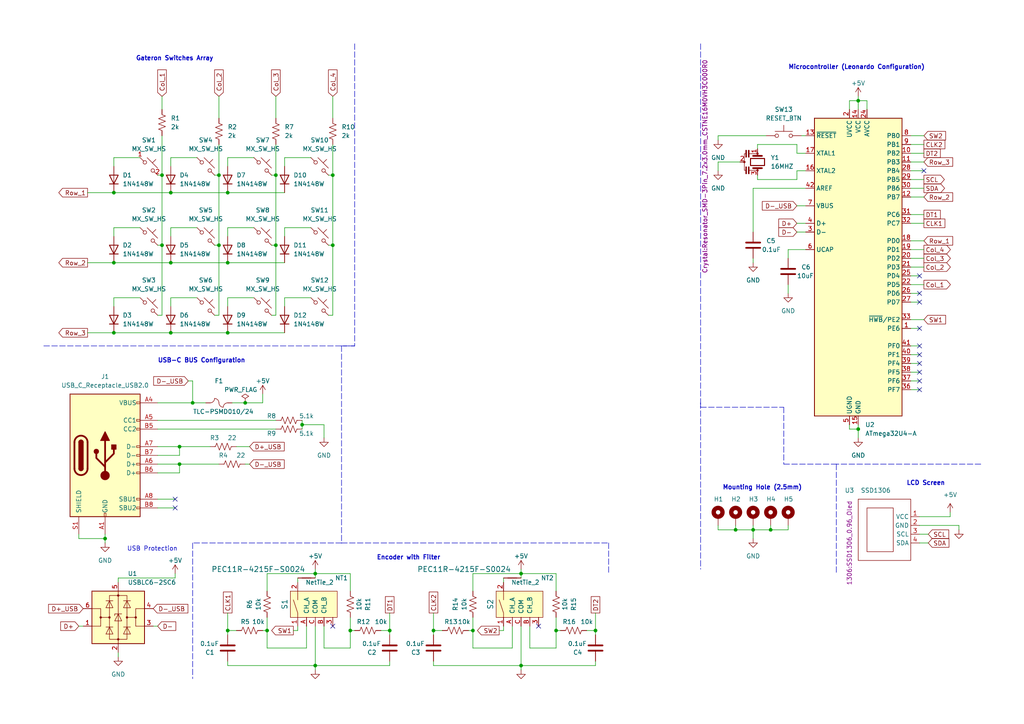
<source format=kicad_sch>
(kicad_sch (version 20211123) (generator eeschema)
  (paper "A4")
  (title_block (title "Pika-Board") (date "2022-11-23") (rev "v1.0") (company "Detective Pikachu") (comment 1 "Programable Macropad with Encoder and LCD Screen based on the Arduino Leonardo"))
  (junction (at 223.52 153.67))
  (junction (at 66.04 76.2))
  (junction (at 33.02 55.88))
  (junction (at 137.16 182.88))
  (junction (at 52.07 129.54))
  (junction (at 248.92 124.46))
  (junction (at 125.73 182.88))
  (junction (at 33.02 76.2))
  (junction (at 161.29 182.88))
  (junction (at 52.07 134.62))
  (junction (at 63.5 71.12))
  (junction (at 66.04 96.52))
  (junction (at 66.04 55.88))
  (junction (at 218.44 153.67))
  (junction (at 80.01 50.8))
  (junction (at 46.99 50.8))
  (junction (at 151.13 193.04))
  (junction (at 96.52 71.12))
  (junction (at 46.99 71.12))
  (junction (at 80.01 71.12))
  (junction (at 66.04 182.88))
  (junction (at 49.53 76.2))
  (junction (at 55.88 116.84))
  (junction (at 101.6 182.88))
  (junction (at 49.53 96.52))
  (junction (at 87.63 123.19))
  (junction (at 77.47 182.88))
  (junction (at 30.48 156.21))
  (junction (at 248.92 29.21))
  (junction (at 113.03 182.88))
  (junction (at 213.36 153.67))
  (junction (at 96.52 50.8))
  (junction (at 63.5 50.8))
  (junction (at 172.72 182.88))
  (junction (at 91.44 166.37))
  (junction (at 33.02 96.52))
  (junction (at 71.12 116.84))
  (junction (at 151.13 166.37))
  (junction (at 91.44 193.04))
  (junction (at 49.53 55.88))
  (no_connect (at 267.97 49.53))
  (no_connect (at 266.7 113.03))
  (no_connect (at 266.7 107.95))
  (no_connect (at 266.7 95.25))
  (no_connect (at 266.7 110.49))
  (no_connect (at 50.8 144.78))
  (no_connect (at 50.8 147.32))
  (no_connect (at 266.7 87.63))
  (no_connect (at 266.7 105.41))
  (no_connect (at 156.21 181.61))
  (no_connect (at 266.7 100.33))
  (no_connect (at 96.52 181.61))
  (no_connect (at 266.7 85.09))
  (no_connect (at 266.7 80.01))
  (no_connect (at 266.7 102.87))
  (wire (pts (xy 73.66 86.36) (xy 66.04 86.36)))
  (wire (pts (xy 66.04 76.2) (xy 82.55 76.2)))
  (wire (pts (xy 264.16 77.47) (xy 267.97 77.47)))
  (wire (pts (xy 151.13 166.37) (xy 137.16 166.37)))
  (wire (pts (xy 66.04 96.52) (xy 82.55 96.52)))
  (wire (pts (xy 55.88 110.49) (xy 55.88 116.84)))
  (wire (pts (xy 88.9 187.96) (xy 88.9 181.61)))
  (wire (pts (xy 231.14 49.53) (xy 233.68 49.53)))
  (wire (pts (xy 264.16 49.53) (xy 267.97 49.53)))
  (wire (pts (xy 219.71 52.07) (xy 219.71 50.8)))
  (wire (pts (xy 266.7 154.94) (xy 269.24 154.94)))
  (wire (pts (xy 45.72 137.16) (xy 52.07 137.16)))
  (wire (pts (xy 63.5 27.94) (xy 63.5 34.29)))
  (wire (pts (xy 66.04 177.8) (xy 66.04 182.88)))
  (wire (pts (xy 246.38 31.75) (xy 246.38 29.21)))
  (wire (pts (xy 264.16 62.23) (xy 267.97 62.23)))
  (wire (pts (xy 228.6 72.39) (xy 228.6 74.93)))
  (polyline (pts (xy 102.87 100.33) (xy 99.06 100.33)))
  (wire (pts (xy 45.72 121.92) (xy 80.01 121.92)))
  (wire (pts (xy 78.74 71.12) (xy 80.01 71.12)))
  (wire (pts (xy 66.04 45.72) (xy 73.66 45.72)))
  (wire (pts (xy 264.16 87.63) (xy 266.7 87.63)))
  (wire (pts (xy 144.78 182.88) (xy 146.05 182.88)))
  (wire (pts (xy 101.6 179.07) (xy 101.6 182.88)))
  (wire (pts (xy 82.55 66.04) (xy 82.55 68.58)))
  (wire (pts (xy 146.05 182.88) (xy 146.05 181.61)))
  (wire (pts (xy 95.25 91.44) (xy 96.52 91.44)))
  (wire (pts (xy 22.86 154.94) (xy 22.86 156.21)))
  (wire (pts (xy 264.16 74.93) (xy 267.97 74.93)))
  (wire (pts (xy 172.72 177.8) (xy 172.72 182.88)))
  (wire (pts (xy 63.5 41.91) (xy 63.5 50.8)))
  (wire (pts (xy 49.53 76.2) (xy 66.04 76.2)))
  (wire (pts (xy 125.73 193.04) (xy 125.73 191.77)))
  (wire (pts (xy 208.28 46.99) (xy 214.63 46.99)))
  (wire (pts (xy 278.13 153.67) (xy 278.13 152.4)))
  (wire (pts (xy 266.7 152.4) (xy 278.13 152.4)))
  (wire (pts (xy 113.03 177.8) (xy 113.03 182.88)))
  (wire (pts (xy 96.52 41.91) (xy 96.52 50.8)))
  (wire (pts (xy 46.99 71.12) (xy 46.99 91.44)))
  (wire (pts (xy 231.14 67.31) (xy 233.68 67.31)))
  (wire (pts (xy 63.5 50.8) (xy 63.5 71.12)))
  (wire (pts (xy 62.23 91.44) (xy 63.5 91.44)))
  (wire (pts (xy 52.07 137.16) (xy 52.07 134.62)))
  (wire (pts (xy 219.71 52.07) (xy 231.14 52.07)))
  (wire (pts (xy 46.99 39.37) (xy 46.99 50.8)))
  (wire (pts (xy 45.72 116.84) (xy 55.88 116.84)))
  (wire (pts (xy 82.55 45.72) (xy 90.17 45.72)))
  (polyline (pts (xy 99.06 100.33) (xy 99.06 157.48)))
  (wire (pts (xy 264.16 54.61) (xy 267.97 54.61)))
  (wire (pts (xy 77.47 179.07) (xy 77.47 182.88)))
  (wire (pts (xy 233.68 54.61) (xy 218.44 54.61)))
  (wire (pts (xy 52.07 134.62) (xy 63.5 134.62)))
  (wire (pts (xy 45.72 144.78) (xy 50.8 144.78)))
  (wire (pts (xy 264.16 72.39) (xy 267.97 72.39)))
  (wire (pts (xy 49.53 86.36) (xy 57.15 86.36)))
  (wire (pts (xy 80.01 91.44) (xy 80.01 71.12)))
  (wire (pts (xy 151.13 193.04) (xy 125.73 193.04)))
  (wire (pts (xy 91.44 193.04) (xy 91.44 194.31)))
  (wire (pts (xy 264.16 82.55) (xy 267.97 82.55)))
  (wire (pts (xy 101.6 182.88) (xy 102.87 182.88)))
  (wire (pts (xy 266.7 95.25) (xy 264.16 95.25)))
  (wire (pts (xy 63.5 91.44) (xy 63.5 71.12)))
  (wire (pts (xy 66.04 45.72) (xy 66.04 48.26)))
  (wire (pts (xy 137.16 166.37) (xy 137.16 171.45)))
  (wire (pts (xy 151.13 193.04) (xy 172.72 193.04)))
  (wire (pts (xy 151.13 167.64) (xy 151.13 166.37)))
  (wire (pts (xy 264.16 44.45) (xy 267.97 44.45)))
  (polyline (pts (xy 242.57 134.62) (xy 242.57 166.37)))
  (wire (pts (xy 25.4 55.88) (xy 33.02 55.88)))
  (wire (pts (xy 45.72 71.12) (xy 46.99 71.12)))
  (wire (pts (xy 76.2 116.84) (xy 76.2 114.3)))
  (wire (pts (xy 71.12 116.84) (xy 76.2 116.84)))
  (polyline (pts (xy 99.06 157.48) (xy 99.06 157.48)))
  (wire (pts (xy 91.44 193.04) (xy 113.03 193.04)))
  (wire (pts (xy 71.12 134.62) (xy 72.39 134.62)))
  (wire (pts (xy 46.99 27.94) (xy 46.99 31.75)))
  (wire (pts (xy 146.05 168.91) (xy 146.05 167.64)))
  (wire (pts (xy 251.46 31.75) (xy 251.46 29.21)))
  (wire (pts (xy 85.09 182.88) (xy 86.36 182.88)))
  (wire (pts (xy 33.02 96.52) (xy 49.53 96.52)))
  (wire (pts (xy 90.17 86.36) (xy 82.55 86.36)))
  (wire (pts (xy 22.86 156.21) (xy 30.48 156.21)))
  (wire (pts (xy 161.29 187.96) (xy 153.67 187.96)))
  (wire (pts (xy 66.04 55.88) (xy 82.55 55.88)))
  (wire (pts (xy 264.16 100.33) (xy 266.7 100.33)))
  (wire (pts (xy 76.2 182.88) (xy 77.47 182.88)))
  (wire (pts (xy 33.02 66.04) (xy 40.64 66.04)))
  (wire (pts (xy 34.29 189.23) (xy 34.29 190.5)))
  (wire (pts (xy 66.04 86.36) (xy 66.04 88.9)))
  (wire (pts (xy 264.16 92.71) (xy 267.97 92.71)))
  (wire (pts (xy 264.16 107.95) (xy 266.7 107.95)))
  (wire (pts (xy 231.14 52.07) (xy 231.14 49.53)))
  (wire (pts (xy 208.28 39.37) (xy 208.28 40.64)))
  (wire (pts (xy 231.14 41.91) (xy 231.14 44.45)))
  (wire (pts (xy 25.4 96.52) (xy 33.02 96.52)))
  (wire (pts (xy 50.8 166.37) (xy 50.8 167.64)))
  (wire (pts (xy 91.44 166.37) (xy 77.47 166.37)))
  (wire (pts (xy 213.36 152.4) (xy 213.36 153.67)))
  (wire (pts (xy 45.72 124.46) (xy 80.01 124.46)))
  (wire (pts (xy 246.38 29.21) (xy 248.92 29.21)))
  (wire (pts (xy 137.16 187.96) (xy 148.59 187.96)))
  (wire (pts (xy 170.18 182.88) (xy 172.72 182.88)))
  (wire (pts (xy 95.25 71.12) (xy 96.52 71.12)))
  (wire (pts (xy 34.29 167.64) (xy 34.29 168.91)))
  (wire (pts (xy 78.74 91.44) (xy 80.01 91.44)))
  (wire (pts (xy 231.14 59.69) (xy 233.68 59.69)))
  (wire (pts (xy 33.02 86.36) (xy 33.02 88.9)))
  (polyline (pts (xy 203.2 12.7) (xy 203.2 118.11)))
  (wire (pts (xy 33.02 55.88) (xy 49.53 55.88)))
  (wire (pts (xy 218.44 153.67) (xy 218.44 156.21)))
  (wire (pts (xy 82.55 86.36) (xy 82.55 88.9)))
  (wire (pts (xy 87.63 123.19) (xy 87.63 124.46)))
  (wire (pts (xy 218.44 74.93) (xy 218.44 76.2)))
  (wire (pts (xy 232.41 39.37) (xy 233.68 39.37)))
  (wire (pts (xy 93.98 127) (xy 93.98 123.19)))
  (wire (pts (xy 77.47 182.88) (xy 77.47 187.96)))
  (wire (pts (xy 218.44 153.67) (xy 223.52 153.67)))
  (wire (pts (xy 161.29 179.07) (xy 161.29 182.88)))
  (wire (pts (xy 264.16 110.49) (xy 266.7 110.49)))
  (wire (pts (xy 101.6 187.96) (xy 93.98 187.96)))
  (wire (pts (xy 222.25 39.37) (xy 208.28 39.37)))
  (wire (pts (xy 93.98 187.96) (xy 93.98 181.61)))
  (wire (pts (xy 77.47 187.96) (xy 88.9 187.96)))
  (wire (pts (xy 151.13 165.1) (xy 151.13 166.37)))
  (wire (pts (xy 219.71 41.91) (xy 231.14 41.91)))
  (wire (pts (xy 218.44 152.4) (xy 218.44 153.67)))
  (polyline (pts (xy 99.06 157.48) (xy 176.53 157.48)))
  (wire (pts (xy 50.8 167.64) (xy 34.29 167.64)))
  (wire (pts (xy 266.7 157.48) (xy 269.24 157.48)))
  (wire (pts (xy 87.63 121.92) (xy 87.63 123.19)))
  (wire (pts (xy 96.52 27.94) (xy 96.52 34.29)))
  (wire (pts (xy 137.16 179.07) (xy 137.16 182.88)))
  (wire (pts (xy 91.44 167.64) (xy 91.44 166.37)))
  (wire (pts (xy 231.14 44.45) (xy 233.68 44.45)))
  (wire (pts (xy 33.02 66.04) (xy 33.02 68.58)))
  (wire (pts (xy 30.48 156.21) (xy 30.48 157.48)))
  (wire (pts (xy 208.28 49.53) (xy 208.28 46.99)))
  (wire (pts (xy 148.59 187.96) (xy 148.59 181.61)))
  (polyline (pts (xy 99.06 157.48) (xy 55.88 157.48)))
  (wire (pts (xy 52.07 129.54) (xy 60.96 129.54)))
  (wire (pts (xy 62.23 50.8) (xy 63.5 50.8)))
  (wire (pts (xy 172.72 191.77) (xy 172.72 193.04)))
  (wire (pts (xy 80.01 50.8) (xy 80.01 71.12)))
  (wire (pts (xy 264.16 41.91) (xy 267.97 41.91)))
  (wire (pts (xy 46.99 50.8) (xy 46.99 71.12)))
  (wire (pts (xy 91.44 181.61) (xy 91.44 193.04)))
  (wire (pts (xy 91.44 166.37) (xy 101.6 166.37)))
  (polyline (pts (xy 227.33 118.11) (xy 227.33 134.62)))
  (polyline (pts (xy 55.88 157.48) (xy 55.88 196.85)))
  (wire (pts (xy 266.7 105.41) (xy 264.16 105.41)))
  (wire (pts (xy 151.13 166.37) (xy 161.29 166.37)))
  (polyline (pts (xy 203.2 116.84) (xy 203.2 165.1)))
  (wire (pts (xy 66.04 193.04) (xy 66.04 191.77)))
  (polyline (pts (xy 203.2 118.11) (xy 227.33 118.11)))
  (wire (pts (xy 246.38 124.46) (xy 248.92 124.46)))
  (wire (pts (xy 161.29 171.45) (xy 161.29 166.37)))
  (wire (pts (xy 86.36 168.91) (xy 86.36 167.64)))
  (wire (pts (xy 66.04 182.88) (xy 68.58 182.88)))
  (wire (pts (xy 62.23 71.12) (xy 63.5 71.12)))
  (wire (pts (xy 110.49 182.88) (xy 113.03 182.88)))
  (wire (pts (xy 57.15 66.04) (xy 49.53 66.04)))
  (wire (pts (xy 161.29 182.88) (xy 161.29 187.96)))
  (wire (pts (xy 135.89 182.88) (xy 137.16 182.88)))
  (polyline (pts (xy 12.7 100.33) (xy 102.87 100.33)))
  (wire (pts (xy 266.7 149.86) (xy 275.59 149.86)))
  (wire (pts (xy 125.73 182.88) (xy 125.73 184.15)))
  (wire (pts (xy 264.16 69.85) (xy 267.97 69.85)))
  (wire (pts (xy 264.16 39.37) (xy 267.97 39.37)))
  (wire (pts (xy 66.04 66.04) (xy 66.04 68.58)))
  (wire (pts (xy 78.74 50.8) (xy 80.01 50.8)))
  (wire (pts (xy 68.58 129.54) (xy 72.39 129.54)))
  (wire (pts (xy 161.29 182.88) (xy 162.56 182.88)))
  (wire (pts (xy 33.02 76.2) (xy 49.53 76.2)))
  (wire (pts (xy 219.71 41.91) (xy 219.71 43.18)))
  (wire (pts (xy 25.4 76.2) (xy 33.02 76.2)))
  (wire (pts (xy 228.6 82.55) (xy 228.6 85.09)))
  (wire (pts (xy 248.92 27.94) (xy 248.92 29.21)))
  (wire (pts (xy 45.72 50.8) (xy 46.99 50.8)))
  (wire (pts (xy 67.31 116.84) (xy 71.12 116.84)))
  (wire (pts (xy 82.55 45.72) (xy 82.55 48.26)))
  (wire (pts (xy 86.36 182.88) (xy 86.36 181.61)))
  (wire (pts (xy 125.73 177.8) (xy 125.73 182.88)))
  (wire (pts (xy 44.45 181.61) (xy 45.72 181.61)))
  (wire (pts (xy 113.03 182.88) (xy 113.03 184.15)))
  (wire (pts (xy 73.66 66.04) (xy 66.04 66.04)))
  (wire (pts (xy 22.86 181.61) (xy 24.13 181.61)))
  (wire (pts (xy 87.63 123.19) (xy 93.98 123.19)))
  (wire (pts (xy 218.44 54.61) (xy 218.44 67.31)))
  (wire (pts (xy 49.53 55.88) (xy 66.04 55.88)))
  (wire (pts (xy 233.68 72.39) (xy 228.6 72.39)))
  (wire (pts (xy 45.72 91.44) (xy 46.99 91.44)))
  (wire (pts (xy 231.14 64.77) (xy 233.68 64.77)))
  (wire (pts (xy 264.16 80.01) (xy 266.7 80.01)))
  (wire (pts (xy 49.53 88.9) (xy 49.53 86.36)))
  (wire (pts (xy 264.16 64.77) (xy 267.97 64.77)))
  (wire (pts (xy 137.16 182.88) (xy 137.16 187.96)))
  (wire (pts (xy 45.72 132.08) (xy 52.07 132.08)))
  (wire (pts (xy 223.52 153.67) (xy 228.6 153.67)))
  (polyline (pts (xy 284.48 134.62) (xy 242.57 134.62)))
  (wire (pts (xy 33.02 45.72) (xy 40.64 45.72)))
  (wire (pts (xy 266.7 113.03) (xy 264.16 113.03)))
  (wire (pts (xy 80.01 27.94) (xy 80.01 34.29)))
  (wire (pts (xy 101.6 182.88) (xy 101.6 187.96)))
  (wire (pts (xy 251.46 29.21) (xy 248.92 29.21)))
  (wire (pts (xy 49.53 48.26) (xy 49.53 45.72)))
  (wire (pts (xy 275.59 148.59) (xy 275.59 149.86)))
  (wire (pts (xy 153.67 187.96) (xy 153.67 181.61)))
  (wire (pts (xy 151.13 193.04) (xy 151.13 194.31)))
  (wire (pts (xy 49.53 66.04) (xy 49.53 68.58)))
  (wire (pts (xy 151.13 181.61) (xy 151.13 193.04)))
  (polyline (pts (xy 227.33 134.62) (xy 242.57 134.62)))
  (wire (pts (xy 96.52 91.44) (xy 96.52 71.12)))
  (wire (pts (xy 96.52 50.8) (xy 96.52 71.12)))
  (wire (pts (xy 248.92 124.46) (xy 248.92 123.19)))
  (wire (pts (xy 49.53 96.52) (xy 66.04 96.52)))
  (wire (pts (xy 30.48 154.94) (xy 30.48 156.21)))
  (wire (pts (xy 125.73 182.88) (xy 128.27 182.88)))
  (wire (pts (xy 91.44 193.04) (xy 66.04 193.04)))
  (wire (pts (xy 213.36 153.67) (xy 218.44 153.67)))
  (wire (pts (xy 49.53 45.72) (xy 57.15 45.72)))
  (wire (pts (xy 246.38 123.19) (xy 246.38 124.46)))
  (wire (pts (xy 45.72 134.62) (xy 52.07 134.62)))
  (wire (pts (xy 248.92 29.21) (xy 248.92 31.75)))
  (wire (pts (xy 95.25 50.8) (xy 96.52 50.8)))
  (wire (pts (xy 91.44 165.1) (xy 91.44 166.37)))
  (wire (pts (xy 264.16 52.07) (xy 267.97 52.07)))
  (polyline (pts (xy 176.53 157.48) (xy 176.53 166.37)))
  (wire (pts (xy 172.72 182.88) (xy 172.72 184.15)))
  (wire (pts (xy 33.02 86.36) (xy 40.64 86.36)))
  (wire (pts (xy 248.92 124.46) (xy 248.92 127)))
  (wire (pts (xy 101.6 171.45) (xy 101.6 166.37)))
  (wire (pts (xy 80.01 41.91) (xy 80.01 50.8)))
  (wire (pts (xy 66.04 182.88) (xy 66.04 184.15)))
  (wire (pts (xy 90.17 66.04) (xy 82.55 66.04)))
  (wire (pts (xy 264.16 102.87) (xy 266.7 102.87)))
  (wire (pts (xy 113.03 191.77) (xy 113.03 193.04)))
  (wire (pts (xy 54.61 110.49) (xy 55.88 110.49)))
  (wire (pts (xy 228.6 152.4) (xy 228.6 153.67)))
  (wire (pts (xy 208.28 152.4) (xy 208.28 153.67)))
  (wire (pts (xy 52.07 132.08) (xy 52.07 129.54)))
  (wire (pts (xy 264.16 46.99) (xy 267.97 46.99)))
  (wire (pts (xy 45.72 147.32) (xy 50.8 147.32)))
  (polyline (pts (xy 102.87 12.7) (xy 102.87 100.33)))
  (wire (pts (xy 264.16 85.09) (xy 266.7 85.09)))
  (wire (pts (xy 55.88 116.84) (xy 59.69 116.84)))
  (wire (pts (xy 77.47 166.37) (xy 77.47 171.45)))
  (wire (pts (xy 264.16 57.15) (xy 267.97 57.15)))
  (wire (pts (xy 223.52 152.4) (xy 223.52 153.67)))
  (wire (pts (xy 208.28 153.67) (xy 213.36 153.67)))
  (wire (pts (xy 33.02 45.72) (xy 33.02 48.26)))
  (wire (pts (xy 45.72 129.54) (xy 52.07 129.54)))
  (text "Encoder with Filter" (at 109.22 162.56 0) (effects (font (size 1.27 1.27) bold) (justify left bottom)))
  (text "Mounting Hole (2.5mm)" (at 209.55 142.24 0) (effects (font (size 1.27 1.27) (thickness 0.254) bold) (justify left bottom)))
  (text "LCD Screen" (at 262.89 140.97 0) (effects (font (size 1.27 1.27) (thickness 0.254) bold) (justify left bottom)))
  (text "USB Protection\n" (at 36.83 160.02 0) (effects (font (size 1.27 1.27)) (justify left bottom)))
  (text "Gateron Switches Array" (at 39.37 17.78 0) (effects (font (size 1.27 1.27) (thickness 0.254) bold) (justify left bottom)))
  (text "Microcontroller (Leonardo Configuration)" (at 228.6 20.32 0) (effects (font (size 1.27 1.27) bold) (justify left bottom)))
  (text "USB-C BUS Configuration" (at 45.72 105.41 0) (effects (font (size 1.27 1.27) bold) (justify left bottom)))
  (global_label "D-" (shape input) (at 45.72 181.61 0) (property "Intersheet References" "${INTERSHEET_REFS}" (effects hide)))
  (global_label "CLK2" (shape passive) (at 267.97 41.91 0) (property "Intersheet References" "${INTERSHEET_REFS}" (effects hide)))
  (global_label "Col_2" (shape input) (at 63.5 27.94 90) (property "Intersheet References" "${INTERSHEET_REFS}" (effects hide)))
  (global_label "DT2" (shape passive) (at 267.97 44.45 0) (property "Intersheet References" "${INTERSHEET_REFS}" (effects hide)))
  (global_label "DT1" (shape passive) (at 113.03 177.8 90) (property "Intersheet References" "${INTERSHEET_REFS}" (effects hide)))
  (global_label "Row_3" (shape input) (at 267.97 46.99 0) (property "Intersheet References" "${INTERSHEET_REFS}" (effects hide)))
  (global_label "DT1" (shape passive) (at 267.97 62.23 0) (property "Intersheet References" "${INTERSHEET_REFS}" (effects hide)))
  (global_label "Col_4" (shape input) (at 96.52 27.94 90) (property "Intersheet References" "${INTERSHEET_REFS}" (effects hide)))
  (global_label "Col_2" (shape output) (at 267.97 77.47 0) (property "Intersheet References" "${INTERSHEET_REFS}" (effects hide)))
  (global_label "D-" (shape input) (at 231.14 67.31 180) (property "Intersheet References" "${INTERSHEET_REFS}" (effects hide)))
  (global_label "Row_2" (shape input) (at 267.97 57.15 0) (property "Intersheet References" "${INTERSHEET_REFS}" (effects hide)))
  (global_label "D-_USB" (shape input) (at 72.39 134.62 0) (property "Intersheet References" "${INTERSHEET_REFS}" (effects hide)))
  (global_label "Row_1" (shape output) (at 25.4 55.88 180) (property "Intersheet References" "${INTERSHEET_REFS}" (effects hide)))
  (global_label "Col_1" (shape input) (at 46.99 27.94 90) (property "Intersheet References" "${INTERSHEET_REFS}" (effects hide)))
  (global_label "SDA" (shape output) (at 267.97 54.61 0) (property "Intersheet References" "${INTERSHEET_REFS}" (effects hide)))
  (global_label "CLK1" (shape passive) (at 267.97 64.77 0) (property "Intersheet References" "${INTERSHEET_REFS}" (effects hide)))
  (global_label "SW2" (shape output) (at 144.78 182.88 180) (property "Intersheet References" "${INTERSHEET_REFS}" (effects hide)))
  (global_label "Row_1" (shape input) (at 267.97 69.85 0) (property "Intersheet References" "${INTERSHEET_REFS}" (effects hide)))
  (global_label "Col_4" (shape output) (at 267.97 72.39 0) (property "Intersheet References" "${INTERSHEET_REFS}" (effects hide)))
  (global_label "D+" (shape input) (at 22.86 181.61 180) (property "Intersheet References" "${INTERSHEET_REFS}" (effects hide)))
  (global_label "Row_3" (shape output) (at 25.4 96.52 180) (property "Intersheet References" "${INTERSHEET_REFS}" (effects hide)))
  (global_label "SCL" (shape output) (at 267.97 52.07 0) (property "Intersheet References" "${INTERSHEET_REFS}" (effects hide)))
  (global_label "D+_USB" (shape input) (at 24.13 176.53 180) (property "Intersheet References" "${INTERSHEET_REFS}" (effects hide)))
  (global_label "DT2" (shape passive) (at 172.72 177.8 90) (property "Intersheet References" "${INTERSHEET_REFS}" (effects hide)))
  (global_label "CLK1" (shape passive) (at 66.04 177.8 90) (property "Intersheet References" "${INTERSHEET_REFS}" (effects hide)))
  (global_label "CLK2" (shape passive) (at 125.73 177.8 90) (property "Intersheet References" "${INTERSHEET_REFS}" (effects hide)))
  (global_label "D-_USB" (shape input) (at 44.45 176.53 0) (property "Intersheet References" "${INTERSHEET_REFS}" (effects hide)))
  (global_label "Col_3" (shape input) (at 80.01 27.94 90) (property "Intersheet References" "${INTERSHEET_REFS}" (effects hide)))
  (global_label "Col_1" (shape output) (at 267.97 82.55 0) (property "Intersheet References" "${INTERSHEET_REFS}" (effects hide)))
  (global_label "D+_USB" (shape input) (at 72.39 129.54 0) (property "Intersheet References" "${INTERSHEET_REFS}" (effects hide)))
  (global_label "Col_3" (shape output) (at 267.97 74.93 0) (property "Intersheet References" "${INTERSHEET_REFS}" (effects hide)))
  (global_label "SW1" (shape output) (at 85.09 182.88 180) (property "Intersheet References" "${INTERSHEET_REFS}" (effects hide)))
  (global_label "Row_2" (shape output) (at 25.4 76.2 180) (property "Intersheet References" "${INTERSHEET_REFS}" (effects hide)))
  (global_label "SW2" (shape input) (at 267.97 39.37 0) (property "Intersheet References" "${INTERSHEET_REFS}" (effects hide)))
  (global_label "D-_USB" (shape input) (at 54.61 110.49 180) (property "Intersheet References" "${INTERSHEET_REFS}" (effects hide)))
  (global_label "SCL" (shape input) (at 269.24 154.94 0) (property "Intersheet References" "${INTERSHEET_REFS}" (effects hide)))
  (global_label "SW1" (shape input) (at 267.97 92.71 0) (property "Intersheet References" "${INTERSHEET_REFS}" (effects hide)))
  (global_label "D+" (shape input) (at 231.14 64.77 180) (property "Intersheet References" "${INTERSHEET_REFS}" (effects hide)))
  (global_label "D-_USB" (shape input) (at 231.14 59.69 180) (property "Intersheet References" "${INTERSHEET_REFS}" (effects hide)))
  (global_label "SDA" (shape input) (at 269.24 157.48 0) (property "Intersheet References" "${INTERSHEET_REFS}" (effects hide)))
  (symbol (lib_id "power:GND") (at 228.6 85.09 0) (unit 1)
    (property "Reference" "#PWR014" (effects hide))
    (property "Value" "GND" (at 228.6 90.17 0))
  )
  (symbol (lib_id "Power_Protection:USBLC6-2SC6") (at 34.29 179.07 0) (unit 1)
    (property "Reference" "U1" (at 37.0587 166.37 0) (effects (justify left)))
    (property "Value" "USBLC6-2SC6" (at 37.0587 168.91 0) (effects (justify left)))
    (property "Footprint" "Package_TO_SOT_SMD:SOT-23-6" (effects hide))
    (property "Datasheet" "https://www.st.com/resource/en/datasheet/usblc6-2.pdf" (effects hide))
    (property "LCSC Part #" "C7519" (effects hide))
    (property "LCSC Part" "C7519" (effects hide))
  )
  (symbol (lib_id "marbastlib-mx:MX_SW_HS") (at 76.2 48.26 0) (unit 1)
    (property "Reference" "SW7" (at 76.2 40.64 0))
    (property "Value" "MX_SW_HS" (at 76.2 43.18 0))
    (property "Footprint" "marbastlib-mx:SW_MX_HS_1u" (effects hide))
  )
  (symbol (lib_id "power:+5V") (at 91.44 165.1 0) (unit 1)
    (property "Reference" "#PWR05" (effects hide))
    (property "Value" "+5V" (at 91.44 161.29 0))
  )
  (symbol (lib_id "Mechanical:MountingHole_Pad") (at 208.28 149.86 0) (unit 1)
    (property "Reference" "H1" (at 207.01 144.78 0) (effects (justify left)))
    (property "Value" "MountingHole_Pad" (effects hide))
    (property "Footprint" "MountingHole:MountingHole_2.5mm_Pad_Via" (effects hide))
  )
  (symbol (lib_id "Diode:1N4148W") (at 66.04 52.07 90) (unit 1)
    (property "Reference" "D7" (at 68.58 50.7999 90) (effects (justify right)))
    (property "Value" "1N4148W" (at 68.58 53.3399 90) (effects (justify right)))
    (property "Footprint" "Diode_SMD:D_SOD-123" (effects hide))
    (property "Datasheet" "https://www.vishay.com/docs/85748/1n4148w.pdf" (effects hide))
    (property "LCSC Part #" "C2892570" (effects hide))
    (property "LCSC Part" "C2892570" (effects hide))
  )
  (symbol (lib_id "power:GND") (at 151.13 194.31 0) (unit 1)
    (property "Reference" "#PWR09" (effects hide))
    (property "Value" "GND" (effects hide))
  )
  (symbol (lib_id "power:+5V") (at 76.2 114.3 0) (unit 1)
    (property "Reference" "#PWR04" (effects hide))
    (property "Value" "+5V" (at 76.2 110.49 0))
  )
  (symbol (lib_id "Device:C") (at 228.6 78.74 0) (unit 1)
    (property "Reference" "C6" (at 232.41 77.4699 0) (effects (justify left)))
    (property "Value" "10uF" (at 231.14 80.01 0) (effects (justify left)))
    (property "Footprint" "Capacitor_SMD:C_0805_2012Metric" (effects hide))
    (property "LCSC Part #" "C90544" (effects hide))
    (property "LCSC Part" "C90544" (effects hide))
  )
  (symbol (lib_id "Device:R_US") (at 132.08 182.88 90) (unit 1)
    (property "Reference" "R13" (at 130.81 180.34 90))
    (property "Value" "10k" (at 134.62 180.34 90))
    (property "Footprint" "Resistor_SMD:R_0805_2012Metric" (effects hide))
    (property "LCSC Part #" "C115295" (effects hide))
    (property "LCSC Part" "C115295" (effects hide))
  )
  (symbol (lib_id "Mechanical:MountingHole_Pad") (at 228.6 149.86 0) (unit 1)
    (property "Reference" "H5" (at 227.33 144.78 0) (effects (justify left)))
    (property "Value" "MountingHole_Pad" (effects hide))
    (property "Footprint" "MountingHole:MountingHole_2.5mm_Pad_Via" (effects hide))
  )
  (symbol (lib_id "power:GND") (at 34.29 190.5 0) (unit 1)
    (property "Reference" "#PWR02" (effects hide))
    (property "Value" "GND" (at 34.29 195.58 0))
  )
  (symbol (lib_id "Device:Resonator") (at 219.71 46.99 270) (unit 1)
    (property "Reference" "Y1" (at 223.52 45.7199 90) (effects (justify left)))
    (property "Value" "16MHZ" (at 223.52 48.2599 90) (effects (justify left)))
    (property "Footprint" "Crystal:Resonator_SMD-3Pin_7.2x3.0mm_CSTNE16M0VH3C000R0" (at 204.47 48.26 0))
    (property "LCSC Part #" "C882605" (effects hide))
    (property "LCSC Part" "C882605" (effects hide))
  )
  (symbol (lib_id "Device:R_US") (at 63.5 38.1 0) (unit 1)
    (property "Reference" "R2" (at 66.04 36.8299 0) (effects (justify left)))
    (property "Value" "2k" (at 66.04 39.3699 0) (effects (justify left)))
    (property "Footprint" "Resistor_SMD:R_0805_2012Metric" (effects hide))
    (property "LCSC Part #" "C114748" (effects hide))
    (property "LCSC Part" "C114748" (effects hide))
  )
  (symbol (lib_id "Mechanical:MountingHole_Pad") (at 223.52 149.86 0) (unit 1)
    (property "Reference" "H4" (at 222.25 144.78 0) (effects (justify left)))
    (property "Value" "MountingHole_Pad" (effects hide))
    (property "Footprint" "MountingHole:MountingHole_2.5mm_Pad_Via" (effects hide))
  )
  (symbol (lib_id "power:GND") (at 218.44 156.21 0) (unit 1)
    (property "Reference" "#PWR013" (effects hide))
    (property "Value" "GND" (at 218.44 161.29 0))
  )
  (symbol (lib_id "power:GND") (at 208.28 40.64 0) (unit 1)
    (property "Reference" "#PWR010" (effects hide))
    (property "Value" "GND" (at 208.28 45.72 0))
  )
  (symbol (lib_id "dk_Encoders:PEC11R-4215F-S0024") (at 148.59 173.99 90) (unit 1)
    (property "Reference" "S2" (at 142.24 175.26 0) (effects (font (size 1.524 1.524))))
    (property "Value" "PEC11R-4215F-S0024" (at 134.62 165.1 90) (effects (font (size 1.524 1.524))))
    (property "Footprint" "digikey-footprints:Rotary_Encoder_Switched_PEC11R" (effects hide))
    (property "Datasheet" "https://www.bourns.com/docs/Product-Datasheets/PEC11R.pdf" (effects hide))
    (property "Digi-Key_PN" "PEC11R-4215F-S0024-ND" (effects hide))
    (property "MPN" "PEC11R-4215F-S0024" (effects hide))
    (property "Category" "Sensors, Transducers" (effects hide))
    (property "Family" "Encoders" (effects hide))
    (property "DK_Datasheet_Link" "https://www.bourns.com/docs/Product-Datasheets/PEC11R.pdf" (effects hide))
    (property "DK_Detail_Page" "/product-detail/en/bourns-inc/PEC11R-4215F-S0024/PEC11R-4215F-S0024-ND/4499665" (effects hide))
    (property "Description" "ROTARY ENCODER MECHANICAL 24PPR" (effects hide))
    (property "Manufacturer" "Bourns Inc." (effects hide))
    (property "Status" "Active" (effects hide))
    (property "LCSC Part #" "C143790" (effects hide))
    (property "LCSC Part" "C143790" (effects hide))
  )
  (symbol (lib_id "marbastlib-mx:MX_SW_HS") (at 92.71 48.26 0) (unit 1)
    (property "Reference" "SW10" (at 92.71 40.64 0))
    (property "Value" "MX_SW_HS" (at 92.71 43.18 0))
    (property "Footprint" "marbastlib-mx:SW_MX_HS_1u" (effects hide))
  )
  (symbol (lib_id "Mechanical:MountingHole_Pad") (at 213.36 149.86 0) (unit 1)
    (property "Reference" "H2" (at 212.09 144.78 0) (effects (justify left)))
    (property "Value" "MountingHole_Pad" (effects hide))
    (property "Footprint" "MountingHole:MountingHole_2.5mm_Pad_Via" (effects hide))
  )
  (symbol (lib_id "Diode:1N4148W") (at 66.04 72.39 90) (unit 1)
    (property "Reference" "D8" (at 68.58 71.1199 90) (effects (justify right)))
    (property "Value" "1N4148W" (at 68.58 73.6599 90) (effects (justify right)))
    (property "Footprint" "Diode_SMD:D_SOD-123" (effects hide))
    (property "Datasheet" "https://www.vishay.com/docs/85748/1n4148w.pdf" (effects hide))
    (property "LCSC Part #" "C2892570" (effects hide))
    (property "LCSC Part" "C2892570" (effects hide))
  )
  (symbol (lib_id "power:GND") (at 30.48 157.48 0) (unit 1)
    (property "Reference" "#PWR01" (effects hide))
    (property "Value" "GND" (at 30.48 162.56 0))
  )
  (symbol (lib_id "marbastlib-mx:MX_SW_HS") (at 59.69 88.9 0) (unit 1)
    (property "Reference" "SW6" (at 59.69 81.28 0))
    (property "Value" "MX_SW_HS" (at 59.69 83.82 0))
    (property "Footprint" "marbastlib-mx:SW_MX_HS_1u" (effects hide))
  )
  (symbol (lib_id "MCU_Microchip_ATmega:ATmega32U4-A") (at 248.92 77.47 0) (unit 1)
    (property "Reference" "U2" (at 250.9394 123.19 0) (effects (justify left)))
    (property "Value" "ATmega32U4-A" (at 250.9394 125.73 0) (effects (justify left)))
    (property "Footprint" "Package_QFP:TQFP-44_10x10mm_P0.8mm" (effects hide))
    (property "Datasheet" "http://ww1.microchip.com/downloads/en/DeviceDoc/Atmel-7766-8-bit-AVR-ATmega16U4-32U4_Datasheet.pdf" (effects hide))
    (property "LCSC Part #" "C44854" (effects hide))
    (property "LCSC Part" "C44854" (effects hide))
  )
  (symbol (lib_id "Device:NetTie_2") (at 88.9 167.64 0) (unit 1) (in_bom no)
    (property "Reference" "NT1" (at 99.06 167.64 0))
    (property "Value" "NetTie_2" (at 92.71 168.91 0))
    (property "Footprint" "NetTie:NetTie-2_SMD_Pad2.0mm" (effects hide))
  )
  (symbol (lib_id "marbastlib-mx:MX_SW_HS") (at 76.2 88.9 0) (unit 1)
    (property "Reference" "SW9" (at 76.2 81.28 0))
    (property "Value" "MX_SW_HS" (at 76.2 83.82 0))
    (property "Footprint" "marbastlib-mx:SW_MX_HS_1u" (effects hide))
  )
  (symbol (lib_id "Mechanical:MountingHole_Pad") (at 218.44 149.86 0) (unit 1)
    (property "Reference" "H3" (at 217.17 144.78 0) (effects (justify left)))
    (property "Value" "MountingHole_Pad" (effects hide))
    (property "Footprint" "MountingHole:MountingHole_2.5mm_Pad_Via" (effects hide))
  )
  (symbol (lib_id "marbastlib-mx:MX_SW_HS") (at 92.71 88.9 0) (unit 1)
    (property "Reference" "SW12" (at 92.71 81.28 0))
    (property "Value" "MX_SW_HS" (at 92.71 83.82 0))
    (property "Footprint" "marbastlib-mx:SW_MX_HS_1u" (effects hide))
  )
  (symbol (lib_id "Device:R_US") (at 166.37 182.88 90) (unit 1)
    (property "Reference" "R16" (at 165.1 180.34 90))
    (property "Value" "10k" (at 170.18 180.34 90))
    (property "Footprint" "Resistor_SMD:R_0805_2012Metric" (effects hide))
    (property "LCSC Part #" "C115295" (effects hide))
    (property "LCSC Part" "C115295" (effects hide))
  )
  (symbol (lib_id "Device:C") (at 172.72 187.96 180) (unit 1)
    (property "Reference" "C4" (at 168.91 189.2301 0) (effects (justify left)))
    (property "Value" "0.1uF" (at 170.18 186.69 0) (effects (justify left)))
    (property "Footprint" "Capacitor_SMD:C_0805_2012Metric" (effects hide))
    (property "LCSC Part #" "C126469" (effects hide))
    (property "LCSC Part" "C126469" (effects hide))
  )
  (symbol (lib_id "power:+5V") (at 248.92 27.94 0) (unit 1)
    (property "Reference" "#PWR015" (effects hide))
    (property "Value" "+5V" (at 248.92 24.13 0))
  )
  (symbol (lib_id "power:PWR_FLAG") (at 71.12 116.84 0) (unit 1)
    (property "Reference" "#FLG01" (effects hide))
    (property "Value" "PWR_FLAG" (at 69.85 113.03 0))
  )
  (symbol (lib_id "marbastlib-mx:MX_SW_HS") (at 59.69 68.58 0) (unit 1)
    (property "Reference" "SW5" (at 59.69 60.96 0))
    (property "Value" "MX_SW_HS" (at 59.69 63.5 0))
    (property "Footprint" "marbastlib-mx:SW_MX_HS_1u" (effects hide))
  )
  (symbol (lib_id "Device:R_US") (at 64.77 129.54 90) (unit 1)
    (property "Reference" "R3" (at 62.23 127 90))
    (property "Value" "22" (at 67.31 127 90))
    (property "Footprint" "Resistor_SMD:R_0805_2012Metric" (effects hide))
    (property "LCSC Part #" "C409739" (effects hide))
    (property "LCSC Part" "C409739" (effects hide))
  )
  (symbol (lib_id "power:+5V") (at 151.13 165.1 0) (unit 1)
    (property "Reference" "#PWR08" (effects hide))
    (property "Value" "+5V" (at 151.13 161.29 0))
  )
  (symbol (lib_id "Diode:1N4148W") (at 82.55 92.71 90) (unit 1)
    (property "Reference" "D12" (at 85.09 91.4399 90) (effects (justify right)))
    (property "Value" "1N4148W" (at 85.09 93.9799 90) (effects (justify right)))
    (property "Footprint" "Diode_SMD:D_SOD-123" (effects hide))
    (property "Datasheet" "https://www.vishay.com/docs/85748/1n4148w.pdf" (effects hide))
    (property "LCSC Part #" "C2892570" (effects hide))
    (property "LCSC Part" "C2892570" (effects hide))
  )
  (symbol (lib_id "marbastlib-mx:MX_SW_HS") (at 43.18 88.9 0) (unit 1)
    (property "Reference" "SW3" (at 43.18 81.28 0))
    (property "Value" "MX_SW_HS" (at 43.18 83.82 0))
    (property "Footprint" "marbastlib-mx:SW_MX_HS_1u" (effects hide))
  )
  (symbol (lib_id "power:GND") (at 208.28 49.53 0) (unit 1)
    (property "Reference" "#PWR011" (effects hide))
    (property "Value" "GND" (at 208.28 54.61 0))
  )
  (symbol (lib_id "Device:R_US") (at 96.52 38.1 0) (unit 1)
    (property "Reference" "R10" (at 99.06 36.8299 0) (effects (justify left)))
    (property "Value" "2k" (at 99.06 39.3699 0) (effects (justify left)))
    (property "Footprint" "Resistor_SMD:R_0805_2012Metric" (effects hide))
    (property "LCSC Part #" "C114748" (effects hide))
    (property "LCSC Part" "C114748" (effects hide))
  )
  (symbol (lib_id "Diode:1N4148W") (at 49.53 72.39 90) (unit 1)
    (property "Reference" "D5" (at 52.07 71.1199 90) (effects (justify right)))
    (property "Value" "1N4148W" (at 52.07 73.6599 90) (effects (justify right)))
    (property "Footprint" "Diode_SMD:D_SOD-123" (effects hide))
    (property "Datasheet" "https://www.vishay.com/docs/85748/1n4148w.pdf" (effects hide))
    (property "LCSC Part #" "C2892570" (effects hide))
    (property "LCSC Part" "C2892570" (effects hide))
  )
  (symbol (lib_id "Diode:1N4148W") (at 66.04 92.71 90) (unit 1)
    (property "Reference" "D9" (at 68.58 91.4399 90) (effects (justify right)))
    (property "Value" "1N4148W" (at 68.58 93.9799 90) (effects (justify right)))
    (property "Footprint" "Diode_SMD:D_SOD-123" (effects hide))
    (property "Datasheet" "https://www.vishay.com/docs/85748/1n4148w.pdf" (effects hide))
    (property "LCSC Part #" "C2892570" (effects hide))
    (property "LCSC Part" "C2892570" (effects hide))
  )
  (symbol (lib_id "Diode:1N4148W") (at 82.55 72.39 90) (unit 1)
    (property "Reference" "D11" (at 85.09 71.1199 90) (effects (justify right)))
    (property "Value" "1N4148W" (at 85.09 73.6599 90) (effects (justify right)))
    (property "Footprint" "Diode_SMD:D_SOD-123" (effects hide))
    (property "Datasheet" "https://www.vishay.com/docs/85748/1n4148w.pdf" (effects hide))
    (property "LCSC Part #" "C2892570" (effects hide))
    (property "LCSC Part" "C2892570" (effects hide))
  )
  (symbol (lib_id "marbastlib-mx:MX_SW_HS") (at 59.69 48.26 0) (unit 1)
    (property "Reference" "SW4" (at 59.69 40.64 0))
    (property "Value" "MX_SW_HS" (at 59.69 43.18 0))
    (property "Footprint" "marbastlib-mx:SW_MX_HS_1u" (effects hide))
  )
  (symbol (lib_id "power:GND") (at 248.92 127 0) (unit 1)
    (property "Reference" "#PWR016" (effects hide))
    (property "Value" "GND" (at 248.92 132.08 0))
  )
  (symbol (lib_id "Diode:1N4148W") (at 49.53 52.07 90) (unit 1)
    (property "Reference" "D4" (at 52.07 50.7999 90) (effects (justify right)))
    (property "Value" "1N4148W" (at 52.07 53.3399 90) (effects (justify right)))
    (property "Footprint" "Diode_SMD:D_SOD-123" (effects hide))
    (property "Datasheet" "https://www.vishay.com/docs/85748/1n4148w.pdf" (effects hide))
    (property "LCSC Part #" "C2892570" (effects hide))
    (property "LCSC Part" "C2892570" (effects hide))
  )
  (symbol (lib_id "power:+5V") (at 275.59 148.59 0) (unit 1)
    (property "Reference" "#PWR017" (effects hide))
    (property "Value" "+5V" (at 275.59 143.51 0))
  )
  (symbol (lib_id "Diode:1N4148W") (at 82.55 52.07 90) (unit 1)
    (property "Reference" "D10" (at 85.09 50.7999 90) (effects (justify right)))
    (property "Value" "1N4148W" (at 85.09 53.3399 90) (effects (justify right)))
    (property "Footprint" "Diode_SMD:D_SOD-123" (effects hide))
    (property "Datasheet" "https://www.vishay.com/docs/85748/1n4148w.pdf" (effects hide))
    (property "LCSC Part #" "C2892570" (effects hide))
    (property "LCSC Part" "C2892570" (effects hide))
  )
  (symbol (lib_id "Device:R_US") (at 80.01 38.1 0) (unit 1)
    (property "Reference" "R7" (at 82.55 36.8299 0) (effects (justify left)))
    (property "Value" "2k" (at 82.55 39.3699 0) (effects (justify left)))
    (property "Footprint" "Resistor_SMD:R_0805_2012Metric" (effects hide))
    (property "LCSC Part #" "C114748" (effects hide))
    (property "LCSC Part" "C114748" (effects hide))
  )
  (symbol (lib_id "Diode:1N4148W") (at 33.02 72.39 90) (unit 1)
    (property "Reference" "D2" (at 35.56 71.1199 90) (effects (justify right)))
    (property "Value" "1N4148W" (at 35.56 73.6599 90) (effects (justify right)))
    (property "Footprint" "Diode_SMD:D_SOD-123" (effects hide))
    (property "Datasheet" "https://www.vishay.com/docs/85748/1n4148w.pdf" (effects hide))
    (property "LCSC Part #" "C2892570" (effects hide))
    (property "LCSC Part" "C2892570" (effects hide))
  )
  (symbol (lib_id "power:GND") (at 278.13 153.67 0) (unit 1)
    (property "Reference" "#PWR018" (effects hide))
    (property "Value" "GND" (effects hide))
  )
  (symbol (lib_id "power:GND") (at 218.44 76.2 0) (unit 1)
    (property "Reference" "#PWR012" (effects hide))
    (property "Value" "GND" (at 218.44 81.28 0))
  )
  (symbol (lib_id "power:GND") (at 91.44 194.31 0) (unit 1)
    (property "Reference" "#PWR06" (effects hide))
    (property "Value" "GND" (effects hide))
  )
  (symbol (lib_id "Device:C") (at 66.04 187.96 180) (unit 1)
    (property "Reference" "C1" (at 62.23 189.2301 0) (effects (justify left)))
    (property "Value" "0.1uF" (at 63.5 186.69 0) (effects (justify left)))
    (property "Footprint" "Capacitor_SMD:C_0805_2012Metric" (effects hide))
    (property "LCSC Part #" "C126469" (effects hide))
    (property "LCSC Part" "C126469" (effects hide))
  )
  (symbol (lib_name "MX_SW_HS_1") (lib_id "marbastlib-mx:MX_SW_HS") (at 43.18 48.26 0) (unit 1)
    (property "Reference" "SW1" (at 43.18 40.64 0))
    (property "Value" "MX_SW_HS" (at 43.18 43.18 0))
    (property "Footprint" "marbastlib-mx:SW_MX_HS_1u" (effects hide))
  )
  (symbol (lib_id "Device:R_US") (at 161.29 175.26 0) (unit 1)
    (property "Reference" "R15" (at 166.37 175.26 90))
    (property "Value" "10k" (at 163.83 175.26 90))
    (property "Footprint" "Resistor_SMD:R_0805_2012Metric" (effects hide))
    (property "LCSC Part #" "C115295" (effects hide))
    (property "LCSC Part" "C115295" (effects hide))
  )
  (symbol (lib_id "Device:R_US") (at 106.68 182.88 90) (unit 1)
    (property "Reference" "R12" (at 105.41 180.34 90))
    (property "Value" "10k" (at 110.49 180.34 90))
    (property "Footprint" "Resistor_SMD:R_0805_2012Metric" (effects hide))
    (property "LCSC Part #" "C115295" (effects hide))
    (property "LCSC Part" "C115295" (effects hide))
  )
  (symbol (lib_id "power:GND") (at 93.98 127 0) (unit 1)
    (property "Reference" "#PWR07" (effects hide))
    (property "Value" "GND" (at 93.98 132.08 0))
  )
  (symbol (lib_id "Device:R_US") (at 83.82 124.46 90) (unit 1)
    (property "Reference" "R9" (at 78.74 125.73 90))
    (property "Value" "5.1k" (at 88.9 125.73 90))
    (property "Footprint" "Resistor_SMD:R_0805_2012Metric" (effects hide))
    (property "LCSC Part #" "C269748" (effects hide))
    (property "LCSC Part" "C269748" (effects hide))
  )
  (symbol (lib_id "Switch:SW_Push") (at 227.33 39.37 0) (unit 1)
    (property "Reference" "SW13" (at 227.33 31.75 0))
    (property "Value" "RESET_BTN" (at 227.33 34.29 0))
    (property "Footprint" "Button_Switch_SMD:SW_Push_1P1T_NO_6x6mm_H9.5mm" (effects hide))
    (property "LCSC Part #" "C178262" (effects hide))
    (property "LCSC Part" "C178262" (effects hide))
  )
  (symbol (lib_id "Device:R_US") (at 77.47 175.26 180) (unit 1)
    (property "Reference" "R6" (at 72.39 175.26 90))
    (property "Value" "10k" (at 74.93 175.26 90))
    (property "Footprint" "Resistor_SMD:R_0805_2012Metric" (effects hide))
    (property "LCSC Part #" "C115295" (effects hide))
    (property "LCSC Part" "C115295" (effects hide))
  )
  (symbol (lib_id "Device:C") (at 113.03 187.96 180) (unit 1)
    (property "Reference" "C2" (at 109.22 189.2301 0) (effects (justify left)))
    (property "Value" "0.1uF" (at 110.49 186.69 0) (effects (justify left)))
    (property "Footprint" "Capacitor_SMD:C_0805_2012Metric" (effects hide))
    (property "LCSC Part #" "C126469" (effects hide))
    (property "LCSC Part" "C126469" (effects hide))
  )
  (symbol (lib_id "Device:TLC-PSMD010{slash}24") (at 63.5 116.84 90) (unit 1)
    (property "Reference" "F1" (at 63.5 110.49 90))
    (property "Value" "TLC-PSMD010/24" (at 64.77 119.38 90))
    (property "Footprint" "Fuse:Fuse_0805_2012Metric_Pad1.15x1.40mm_HandSolder" (effects hide))
    (property "LCSC Part #" "C261938" (effects hide))
    (property "LCSC Part" "C261938" (effects hide))
  )
  (symbol (lib_id "dk_Encoders:PEC11R-4215F-S0024") (at 88.9 173.99 90) (unit 1)
    (property "Reference" "S1" (at 82.55 175.26 0) (effects (font (size 1.524 1.524))))
    (property "Value" "PEC11R-4215F-S0024" (at 74.93 165.1 90) (effects (font (size 1.524 1.524))))
    (property "Footprint" "digikey-footprints:Rotary_Encoder_Switched_PEC11R" (effects hide))
    (property "Datasheet" "https://www.bourns.com/docs/Product-Datasheets/PEC11R.pdf" (effects hide))
    (property "Digi-Key_PN" "PEC11R-4215F-S0024-ND" (effects hide))
    (property "MPN" "PEC11R-4215F-S0024" (effects hide))
    (property "Category" "Sensors, Transducers" (effects hide))
    (property "Family" "Encoders" (effects hide))
    (property "DK_Datasheet_Link" "https://www.bourns.com/docs/Product-Datasheets/PEC11R.pdf" (effects hide))
    (property "DK_Detail_Page" "/product-detail/en/bourns-inc/PEC11R-4215F-S0024/PEC11R-4215F-S0024-ND/4499665" (effects hide))
    (property "Description" "ROTARY ENCODER MECHANICAL 24PPR" (effects hide))
    (property "Manufacturer" "Bourns Inc." (effects hide))
    (property "Status" "Active" (effects hide))
    (property "LCSC Part #" "C143790" (effects hide))
    (property "LCSC Part" "C143790" (effects hide))
  )
  (symbol (lib_id "Device:R_US") (at 46.99 35.56 0) (unit 1)
    (property "Reference" "R1" (at 49.53 34.2899 0) (effects (justify left)))
    (property "Value" "2k" (at 49.53 36.8299 0) (effects (justify left)))
    (property "Footprint" "Resistor_SMD:R_0805_2012Metric" (effects hide))
    (property "LCSC Part #" "C114748" (effects hide))
    (property "LCSC Part" "C114748" (effects hide))
  )
  (symbol (lib_id "Diode:1N4148W") (at 33.02 92.71 90) (unit 1)
    (property "Reference" "D3" (at 35.56 91.4399 90) (effects (justify right)))
    (property "Value" "1N4148W" (at 35.56 93.9799 90) (effects (justify right)))
    (property "Footprint" "Diode_SMD:D_SOD-123" (effects hide))
    (property "Datasheet" "https://www.vishay.com/docs/85748/1n4148w.pdf" (effects hide))
    (property "LCSC Part #" "C2892570" (effects hide))
    (property "LCSC Part" "C2892570" (effects hide))
  )
  (symbol (lib_id "Diode:1N4148W") (at 33.02 52.07 90) (unit 1)
    (property "Reference" "D1" (at 35.56 50.7999 90) (effects (justify right)))
    (property "Value" "1N4148W" (at 35.56 53.3399 90) (effects (justify right)))
    (property "Footprint" "Diode_SMD:D_SOD-123" (effects hide))
    (property "Datasheet" "https://www.vishay.com/docs/85748/1n4148w.pdf" (effects hide))
    (property "LCSC Part #" "C2892570" (effects hide))
    (property "LCSC Part" "C2892570" (effects hide))
  )
  (symbol (lib_id "Device:R_US") (at 83.82 121.92 90) (unit 1)
    (property "Reference" "R8" (at 78.74 120.65 90))
    (property "Value" "5.1k" (at 88.9 120.65 90))
    (property "Footprint" "Resistor_SMD:R_0805_2012Metric" (effects hide))
    (property "LCSC Part #" "C269748" (effects hide))
    (property "LCSC Part" "C269748" (effects hide))
  )
  (symbol (lib_id "marbastlib-mx:MX_SW_HS") (at 76.2 68.58 0) (unit 1)
    (property "Reference" "SW8" (at 76.2 60.96 0))
    (property "Value" "MX_SW_HS" (at 76.2 63.5 0))
    (property "Footprint" "marbastlib-mx:SW_MX_HS_1u" (effects hide))
  )
  (symbol (lib_id "Device:R_US") (at 137.16 175.26 180) (unit 1)
    (property "Reference" "R14" (at 132.08 175.26 90))
    (property "Value" "10k" (at 134.62 175.26 90))
    (property "Footprint" "Resistor_SMD:R_0805_2012Metric" (effects hide))
    (property "LCSC Part #" "C115295" (effects hide))
    (property "LCSC Part" "C115295" (effects hide))
  )
  (symbol (lib_id "Display_Graphic:SSD1306") (at 256.54 154.94 270) (unit 1)
    (property "Reference" "U3" (at 246.38 142.24 90))
    (property "Value" "SSD1306" (at 254 142.24 90))
    (property "Footprint" "1306:SSD1306_0.96_Oled" (at 246.38 157.48 0))
    (property "Datasheet" "https://www.smart-prototyping.com/image/data/9_Modules/101864%200.96%20IIC/SSD1315.pdf" (effects hide))
  )
  (symbol (lib_id "Device:C") (at 218.44 71.12 0) (unit 1)
    (property "Reference" "C5" (at 222.25 69.8499 0) (effects (justify left)))
    (property "Value" "0.1uF" (at 220.98 72.39 0) (effects (justify left)))
    (property "Footprint" "Capacitor_SMD:C_0805_2012Metric" (effects hide))
    (property "LCSC Part #" "C126469" (effects hide))
    (property "LCSC Part" "C126469" (effects hide))
  )
  (symbol (lib_id "Diode:1N4148W") (at 49.53 92.71 90) (unit 1)
    (property "Reference" "D6" (at 52.07 91.4399 90) (effects (justify right)))
    (property "Value" "1N4148W" (at 52.07 93.9799 90) (effects (justify right)))
    (property "Footprint" "Diode_SMD:D_SOD-123" (effects hide))
    (property "Datasheet" "https://www.vishay.com/docs/85748/1n4148w.pdf" (effects hide))
    (property "LCSC Part #" "C2892570" (effects hide))
    (property "LCSC Part" "C2892570" (effects hide))
  )
  (symbol (lib_id "Device:R_US") (at 101.6 175.26 0) (unit 1)
    (property "Reference" "R11" (at 106.68 175.26 90))
    (property "Value" "10k" (at 104.14 175.26 90))
    (property "Footprint" "Resistor_SMD:R_0805_2012Metric" (effects hide))
    (property "LCSC Part #" "C115295" (effects hide))
    (property "LCSC Part" "C115295" (effects hide))
  )
  (symbol (lib_id "Device:NetTie_2") (at 148.59 167.64 0) (unit 1) (in_bom no)
    (property "Reference" "NT2" (at 158.75 167.64 0))
    (property "Value" "NetTie_2" (at 152.4 168.91 0))
    (property "Footprint" "NetTie:NetTie-2_SMD_Pad2.0mm" (effects hide))
  )
  (symbol (lib_id "power:+5V") (at 50.8 166.37 0) (unit 1)
    (property "Reference" "#PWR03" (effects hide))
    (property "Value" "+5V" (at 50.8 162.56 0))
  )
  (symbol (lib_id "Device:C") (at 125.73 187.96 180) (unit 1)
    (property "Reference" "C3" (at 121.92 189.2301 0) (effects (justify left)))
    (property "Value" "0.1uF" (at 123.19 186.69 0) (effects (justify left)))
    (property "Footprint" "Capacitor_SMD:C_0805_2012Metric" (effects hide))
    (property "LCSC Part #" "C126469" (effects hide))
    (property "LCSC Part" "C126469" (effects hide))
  )
  (symbol (lib_id "Device:R_US") (at 67.31 134.62 90) (unit 1)
    (property "Reference" "R4" (at 64.77 132.08 90))
    (property "Value" "22" (at 69.85 132.08 90))
    (property "Footprint" "Resistor_SMD:R_0805_2012Metric" (effects hide))
    (property "LCSC Part #" "C409739" (effects hide))
    (property "LCSC Part" "C409739" (effects hide))
  )
  (symbol (lib_id "marbastlib-mx:MX_SW_HS") (at 43.18 68.58 0) (unit 1)
    (property "Reference" "SW2" (at 43.18 60.96 0))
    (property "Value" "MX_SW_HS" (at 43.18 63.5 0))
    (property "Footprint" "marbastlib-mx:SW_MX_HS_1u" (effects hide))
  )
  (symbol (lib_id "Connector:USB_C_Receptacle_USB2.0") (at 30.48 132.08 0) (unit 1)
    (property "Reference" "J1" (at 30.48 109.22 0))
    (property "Value" "USB_C_Receptacle_USB2.0" (at 30.48 111.76 0))
    (property "Footprint" "Connector_USB:USB_C_Receptacle_XKB_U262-16XN-4BVC11" (effects hide))
    (property "Datasheet" "https://www.usb.org/sites/default/files/documents/usb_type-c.zip" (effects hide))
    (property "LCSC Part #" "C319148" (effects hide))
    (property "LCSC Part" "C319148" (effects hide))
  )
  (symbol (lib_id "Device:R_US") (at 72.39 182.88 90) (unit 1)
    (property "Reference" "R5" (at 71.12 180.34 90))
    (property "Value" "10k" (at 74.93 180.34 90))
    (property "Footprint" "Resistor_SMD:R_0805_2012Metric" (effects hide))
    (property "LCSC Part #" "C115295" (effects hide))
    (property "LCSC Part" "C115295" (effects hide))
  )
  (symbol (lib_id "marbastlib-mx:MX_SW_HS") (at 92.71 68.58 0) (unit 1)
    (property "Reference" "SW11" (at 92.71 60.96 0))
    (property "Value" "MX_SW_HS" (at 92.71 63.5 0))
    (property "Footprint" "marbastlib-mx:SW_MX_HS_1u" (effects hide))
  )
)
</source>
